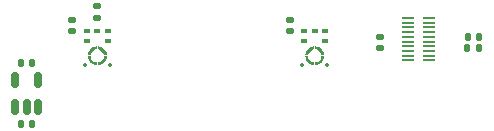
<source format=gbr>
%TF.GenerationSoftware,KiCad,Pcbnew,9.0.1*%
%TF.CreationDate,2025-07-30T00:23:40-04:00*%
%TF.ProjectId,T5848,54353834-382e-46b6-9963-61645f706362,rev?*%
%TF.SameCoordinates,Original*%
%TF.FileFunction,Paste,Bot*%
%TF.FilePolarity,Positive*%
%FSLAX46Y46*%
G04 Gerber Fmt 4.6, Leading zero omitted, Abs format (unit mm)*
G04 Created by KiCad (PCBNEW 9.0.1) date 2025-07-30 00:23:40*
%MOMM*%
%LPD*%
G01*
G04 APERTURE LIST*
G04 Aperture macros list*
%AMRoundRect*
0 Rectangle with rounded corners*
0 $1 Rounding radius*
0 $2 $3 $4 $5 $6 $7 $8 $9 X,Y pos of 4 corners*
0 Add a 4 corners polygon primitive as box body*
4,1,4,$2,$3,$4,$5,$6,$7,$8,$9,$2,$3,0*
0 Add four circle primitives for the rounded corners*
1,1,$1+$1,$2,$3*
1,1,$1+$1,$4,$5*
1,1,$1+$1,$6,$7*
1,1,$1+$1,$8,$9*
0 Add four rect primitives between the rounded corners*
20,1,$1+$1,$2,$3,$4,$5,0*
20,1,$1+$1,$4,$5,$6,$7,0*
20,1,$1+$1,$6,$7,$8,$9,0*
20,1,$1+$1,$8,$9,$2,$3,0*%
G04 Aperture macros list end*
%ADD10C,0.000000*%
%ADD11RoundRect,0.140000X-0.170000X0.140000X-0.170000X-0.140000X0.170000X-0.140000X0.170000X0.140000X0*%
%ADD12RoundRect,0.140000X0.170000X-0.140000X0.170000X0.140000X-0.170000X0.140000X-0.170000X-0.140000X0*%
%ADD13RoundRect,0.105500X0.144500X0.105500X-0.144500X0.105500X-0.144500X-0.105500X0.144500X-0.105500X0*%
%ADD14RoundRect,0.067500X0.067500X0.067500X-0.067500X0.067500X-0.067500X-0.067500X0.067500X-0.067500X0*%
%ADD15RoundRect,0.135000X-0.135000X-0.185000X0.135000X-0.185000X0.135000X0.185000X-0.135000X0.185000X0*%
%ADD16RoundRect,0.140000X0.140000X0.170000X-0.140000X0.170000X-0.140000X-0.170000X0.140000X-0.170000X0*%
%ADD17RoundRect,0.135000X0.185000X-0.135000X0.185000X0.135000X-0.185000X0.135000X-0.185000X-0.135000X0*%
%ADD18RoundRect,0.150000X0.150000X-0.512500X0.150000X0.512500X-0.150000X0.512500X-0.150000X-0.512500X0*%
%ADD19RoundRect,0.050000X-0.500000X0.050000X-0.500000X-0.050000X0.500000X-0.050000X0.500000X0.050000X0*%
%ADD20RoundRect,0.050000X-0.450000X0.050000X-0.450000X-0.050000X0.450000X-0.050000X0.450000X0.050000X0*%
%ADD21RoundRect,0.140000X-0.140000X-0.170000X0.140000X-0.170000X0.140000X0.170000X-0.140000X0.170000X0*%
G04 APERTURE END LIST*
D10*
%TO.C,MK2*%
G36*
X157170700Y-105869800D02*
G01*
X157212900Y-105973200D01*
X157274700Y-106066300D01*
X157353700Y-106145300D01*
X157446800Y-106207100D01*
X157550200Y-106249300D01*
X157660000Y-106270300D01*
X157660000Y-106521000D01*
X157494500Y-106493400D01*
X157338300Y-106432500D01*
X157197800Y-106340800D01*
X157079200Y-106222200D01*
X156987500Y-106081700D01*
X156926600Y-105925500D01*
X156899000Y-105760000D01*
X157149700Y-105760000D01*
X157170700Y-105869800D01*
G37*
G36*
X157660000Y-105149700D02*
G01*
X157550200Y-105170700D01*
X157446800Y-105212900D01*
X157353700Y-105274700D01*
X157274700Y-105353700D01*
X157212900Y-105446800D01*
X157170700Y-105550200D01*
X157149700Y-105660000D01*
X156899000Y-105660000D01*
X156926600Y-105494500D01*
X156987500Y-105338300D01*
X157079200Y-105197800D01*
X157197800Y-105079200D01*
X157338300Y-104987500D01*
X157494500Y-104926600D01*
X157660000Y-104899000D01*
X157660000Y-105149700D01*
G37*
G36*
X158493400Y-105925500D02*
G01*
X158432500Y-106081700D01*
X158340800Y-106222200D01*
X158222200Y-106340800D01*
X158081700Y-106432500D01*
X157925500Y-106493400D01*
X157760000Y-106521000D01*
X157760000Y-106270300D01*
X157869800Y-106249300D01*
X157973200Y-106207100D01*
X158066300Y-106145300D01*
X158145300Y-106066300D01*
X158207100Y-105973200D01*
X158249300Y-105869800D01*
X158270300Y-105760000D01*
X158521000Y-105760000D01*
X158493400Y-105925500D01*
G37*
G36*
X157925500Y-104926600D02*
G01*
X158081700Y-104987500D01*
X158222200Y-105079200D01*
X158340800Y-105197800D01*
X158432500Y-105338300D01*
X158493400Y-105494500D01*
X158521000Y-105660000D01*
X158270300Y-105660000D01*
X158249300Y-105550200D01*
X158207100Y-105446800D01*
X158145300Y-105353700D01*
X158066300Y-105274700D01*
X157973200Y-105212900D01*
X157869800Y-105170700D01*
X157760000Y-105149700D01*
X157760000Y-104899000D01*
X157925500Y-104926600D01*
G37*
%TO.C,MK1*%
G36*
X138750700Y-105869800D02*
G01*
X138792900Y-105973200D01*
X138854700Y-106066300D01*
X138933700Y-106145300D01*
X139026800Y-106207100D01*
X139130200Y-106249300D01*
X139240000Y-106270300D01*
X139240000Y-106521000D01*
X139074500Y-106493400D01*
X138918300Y-106432500D01*
X138777800Y-106340800D01*
X138659200Y-106222200D01*
X138567500Y-106081700D01*
X138506600Y-105925500D01*
X138479000Y-105760000D01*
X138729700Y-105760000D01*
X138750700Y-105869800D01*
G37*
G36*
X139240000Y-105149700D02*
G01*
X139130200Y-105170700D01*
X139026800Y-105212900D01*
X138933700Y-105274700D01*
X138854700Y-105353700D01*
X138792900Y-105446800D01*
X138750700Y-105550200D01*
X138729700Y-105660000D01*
X138479000Y-105660000D01*
X138506600Y-105494500D01*
X138567500Y-105338300D01*
X138659200Y-105197800D01*
X138777800Y-105079200D01*
X138918300Y-104987500D01*
X139074500Y-104926600D01*
X139240000Y-104899000D01*
X139240000Y-105149700D01*
G37*
G36*
X140073400Y-105925500D02*
G01*
X140012500Y-106081700D01*
X139920800Y-106222200D01*
X139802200Y-106340800D01*
X139661700Y-106432500D01*
X139505500Y-106493400D01*
X139340000Y-106521000D01*
X139340000Y-106270300D01*
X139449800Y-106249300D01*
X139553200Y-106207100D01*
X139646300Y-106145300D01*
X139725300Y-106066300D01*
X139787100Y-105973200D01*
X139829300Y-105869800D01*
X139850300Y-105760000D01*
X140101000Y-105760000D01*
X140073400Y-105925500D01*
G37*
G36*
X139505500Y-104926600D02*
G01*
X139661700Y-104987500D01*
X139802200Y-105079200D01*
X139920800Y-105197800D01*
X140012500Y-105338300D01*
X140073400Y-105494500D01*
X140101000Y-105660000D01*
X139850300Y-105660000D01*
X139829300Y-105550200D01*
X139787100Y-105446800D01*
X139725300Y-105353700D01*
X139646300Y-105274700D01*
X139553200Y-105212900D01*
X139449800Y-105170700D01*
X139340000Y-105149700D01*
X139340000Y-104899000D01*
X139505500Y-104926600D01*
G37*
%TD*%
D11*
%TO.C,C5*%
X163200000Y-104120000D03*
X163200000Y-105080000D03*
%TD*%
D12*
%TO.C,C4*%
X155600000Y-103640000D03*
X155600000Y-102680000D03*
%TD*%
%TO.C,C3*%
X137180000Y-103640000D03*
X137180000Y-102680000D03*
%TD*%
D13*
%TO.C,MK2*%
X158610000Y-103636000D03*
X158610000Y-104458000D03*
D14*
X158760000Y-106475000D03*
X156660000Y-106475000D03*
D13*
X156810000Y-104458000D03*
X156810000Y-103636000D03*
X157710000Y-103636000D03*
%TD*%
D15*
%TO.C,R2*%
X170619999Y-105030000D03*
X171640001Y-105030000D03*
%TD*%
D16*
%TO.C,C2*%
X133780000Y-106300000D03*
X132820000Y-106300000D03*
%TD*%
D17*
%TO.C,R1*%
X139300000Y-102510001D03*
X139300000Y-101489999D03*
%TD*%
D18*
%TO.C,U2*%
X134249999Y-110037500D03*
X133300000Y-110037500D03*
X132350000Y-110037501D03*
X132350001Y-107762500D03*
X134250000Y-107762499D03*
%TD*%
D16*
%TO.C,C1*%
X133780000Y-111500000D03*
X132820000Y-111500000D03*
%TD*%
D19*
%TO.C,U3*%
X167350000Y-102500000D03*
D20*
X167400000Y-102900000D03*
X167400000Y-103300000D03*
X167400000Y-103700000D03*
X167400000Y-104100000D03*
X167400000Y-104500000D03*
X167400000Y-104900000D03*
X167400000Y-105300000D03*
X167400000Y-105700000D03*
X167400000Y-106100000D03*
X165600000Y-106100000D03*
X165600000Y-105700000D03*
X165600000Y-105300000D03*
X165600000Y-104900000D03*
X165600000Y-104500000D03*
X165600000Y-104100000D03*
X165600000Y-103700000D03*
X165600000Y-103300000D03*
X165600000Y-102900000D03*
X165600000Y-102500000D03*
%TD*%
D13*
%TO.C,MK1*%
X140190000Y-103636000D03*
X140190000Y-104458000D03*
D14*
X140340000Y-106475000D03*
X138240000Y-106475000D03*
D13*
X138390000Y-104458000D03*
X138390000Y-103636000D03*
X139290000Y-103636000D03*
%TD*%
D21*
%TO.C,C6*%
X170640000Y-104100000D03*
X171600000Y-104100000D03*
%TD*%
M02*

</source>
